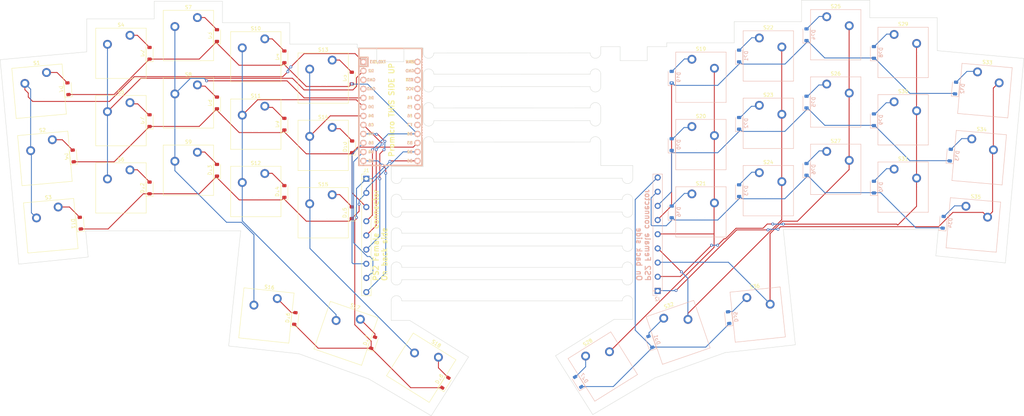
<source format=kicad_pcb>
(kicad_pcb (version 20221018) (generator pcbnew)
  (layers (0 "F.Cu" signal) (31 "B.Cu" signal) (34 "B.Paste" user) (35 "F.Paste" user) (36 "B.SilkS" user "B.Silkscreen") (37 "F.SilkS" user "F.Silkscreen") (38 "B.Mask" user) (39 "F.Mask" user) (44 "Edge.Cuts" user))
  (net 0 "")
  (net 1 "R4")
  (net 2 "Net-(D1-A)")
  (net 3 "Net-(D2-A)")
  (net 4 "Net-(D3-A)")
  (net 5 "Net-(D4-A)")
  (net 7 "Net-(D5-A)")
  (net 8 "R3")
  (net 9 "Net-(D6-A)")
  (net 10 "Net-(D7-A)")
  (net 11 "Net-(D8-A)")
  (net 12 "Net-(D9-A)")
  (net 13 "Net-(D10-A)")
  (net 14 "R2")
  (net 15 "Net-(D11-A)")
  (net 16 "Net-(D12-A)")
  (net 17 "Net-(D13-A)")
  (net 18 "Net-(D14-A)")
  (net 19 "Net-(D15-A)")
  (net 20 "R1")
  (net 21 "Net-(D16-A)")
  (net 22 "Net-(D17-A)")
  (net 23 "Net-(D18-A)")
  (net 24 "Net-(D19-A)")
  (net 25 "Net-(D20-A)")
  (net 26 "Net-(D21-A)")
  (net 27 "Net-(D22-A)")
  (net 28 "Net-(D23-A)")
  (net 29 "Net-(D24-A)")
  (net 30 "Net-(D25-A)")
  (net 31 "Net-(D26-A)")
  (net 32 "Net-(D27-A)")
  (net 33 "Net-(D28-A)")
  (net 34 "Net-(D29-A)")
  (net 35 "Net-(D30-A)")
  (net 36 "Net-(D31-A)")
  (net 37 "Net-(D32-A)")
  (net 38 "Net-(D33-A)")
  (net 39 "Net-(D34-A)")
  (net 40 "Net-(D35-A)")
  (net 41 "Net-(D36-A)")
  (net 42 "C6")
  (net 43 "C7")
  (net 44 "C8")
  (net 45 "C9")
  (net 46 "C10")
  (net 47 "C1")
  (net 48 "C2")
  (net 49 "C3")
  (net 50 "C4")
  (net 51 "C5")
  (footprint "Panelize:mouse-bite-3mm-slot" (layer "F.Cu") (at 176.574512 78.62648 90)
    (fp_text reference "mouse-bite-3mm-slot" hide)
    (fp_text value "VAL**" hide)
    (fp_arc (start -3 -1.5) (mid -1.5 0) (end -3 1.5) (stroke (width 0.1)) (layer "Edge.Cuts"))
    (fp_arc (start 3 1.5) (mid 1.5 0) (end 3 -1.5) (stroke (width 0.1)) (layer "Edge.Cuts"))
  )
  (footprint "Diode_SMD:D_SOD-123" (layer "F.Cu") (at 88.9 95.603631 90)
    (fp_text reference "D14")
    (fp_text value "D_Small")
  )
  (footprint "Diode_SMD:D_SOD-123" (layer "F.Cu") (at 88.9 57.603631 90)
    (fp_text reference "D4")
    (fp_text value "D_Small")
  )
  (footprint "Switch_Keyboard_Cherry_MX:SW_Cherry_MX_PCB_1.00u" (layer "F.Cu") (at 61.847381 70.603631)
    (fp_text reference "S8")
    (fp_text value "SW_Push")
  )
  (footprint "Switch_Keyboard_Cherry_MX:SW_Cherry_MX_PCB_1.00u" (layer "F.Cu") (at 80.847381 76.603631)
    (fp_text reference "S11")
    (fp_text value "SW_Push")
  )
  (footprint "Diode_SMD:D_SOD-123" (layer "F.Cu") (at 29.382957 85.577738 95)
    (fp_text reference "D6")
    (fp_text value "D_Small")
  )
  (footprint "Panelize:mouse-bite-3mm-slot" (layer "F.Cu") (at 176.575 59.5 90)
    (fp_text reference "mouse-bite-3mm-slot" hide)
    (fp_text value "VAL**" hide)
    (fp_arc (start -3 -1.5) (mid -1.5 0) (end -3 1.5) (stroke (width 0.1)) (layer "Edge.Cuts"))
    (fp_arc (start 3 1.5) (mid 1.5 0) (end 3 -1.5) (stroke (width 0.1)) (layer "Edge.Cuts"))
  )
  (footprint "Diode_SMD:D_SOD-123" (layer "F.Cu") (at 91.853649 131.434063 84)
    (fp_text reference "D16")
    (fp_text value "D_Small")
  )
  (footprint "Switch_Keyboard_Cherry_MX:SW_Cherry_MX_PCB_1.00u" (layer "F.Cu") (at 21.41117 86.275179 5)
    (fp_text reference "S2")
    (fp_text value "SW_Push")
  )
  (footprint "Diode_SMD:D_SOD-123" (layer "F.Cu") (at 50.9 75.603631 90)
    (fp_text reference "D7")
    (fp_text value "D_Small")
  )
  (footprint "Switch_Keyboard_Cherry_MX:SW_Cherry_MX_PCB_1.00u" (layer "F.Cu") (at 42.847381 75.603631)
    (fp_text reference "S5")
    (fp_text value "SW_Push")
  )
  (footprint "Diode_SMD:D_SOD-123" (layer "F.Cu") (at 69.9 89.603631 90)
    (fp_text reference "D13")
    (fp_text value "D_Small")
  )
  (footprint "Diode_SMD:D_SOD-123" (layer "F.Cu") (at 27.9 66.6 95)
    (fp_text reference "D1")
    (fp_text value "D_Small")
  )
  (footprint "Switch_Keyboard_Cherry_MX:SW_Cherry_MX_PCB_1.00u" (layer "F.Cu") (at 42.847381 94.603631)
    (fp_text reference "S6")
    (fp_text value "SW_Push")
  )
  (footprint "Panelize:mouse-bite-3mm-slot" (layer "F.Cu") (at 185.625 104.38552 90)
    (fp_text reference "mouse-bite-3mm-slot" hide)
    (fp_text value "VAL**" hide)
    (fp_arc (start -3 -1.5) (mid -1.5 0) (end -3 1.5) (stroke (width 0.1)) (layer "Edge.Cuts"))
    (fp_arc (start 3 1.5) (mid 1.5 0) (end 3 -1.5) (stroke (width 0.1)) (layer "Edge.Cuts"))
  )
  (footprint "Diode_SMD:D_SOD-123" (layer "F.Cu") (at 113.910976 138.2753 71)
    (fp_text reference "D17")
    (fp_text value "D_Small")
  )
  (footprint "Panelize:mouse-bite-3mm-slot" (layer "F.Cu") (at 185.625 94.87352 90)
    (fp_text reference "mouse-bite-3mm-slot" hide)
    (fp_text value "VAL**" hide)
    (fp_arc (start -3 -1.5) (mid -1.5 0) (end -3 1.5) (stroke (width 0.1)) (layer "Edge.Cuts"))
    (fp_arc (start 3 1.5) (mid 1.5 0) (end 3 -1.5) (stroke (width 0.1)) (layer "Edge.Cuts"))
  )
  (footprint "Panelize:mouse-bite-3mm-slot" (layer "F.Cu") (at 185.625488 123.488 90)
    (fp_text reference "mouse-bite-3mm-slot" hide)
    (fp_text value "VAL**" hide)
    (fp_arc (start -3 -1.5) (mid -1.5 0) (end -3 1.5) (stroke (width 0.1)) (layer "Edge.Cuts"))
    (fp_arc (start 3 1.5) (mid 1.5 0) (end 3 -1.5) (stroke (width 0.1)) (layer "Edge.Cuts"))
  )
  (footprint "Diode_SMD:D_SOD-123" (layer "F.Cu") (at 107.9 63.6 90)
    (fp_text reference "D5")
    (fp_text value "D_Small")
  )
  (footprint "Switch_Keyboard_Cherry_MX:SW_Cherry_MX_PCB_1.00u" (layer "F.Cu") (at 19.773893 67.305414 5)
    (fp_text reference "S1")
    (fp_text value "SW_Push")
  )
  (footprint "Switch_Keyboard_Cherry_MX:SW_Cherry_MX_PCB_1.00u" (layer "F.Cu") (at 61.847381 51.603631)
    (fp_text reference "S7")
    (fp_text value "SW_Push")
  )
  (footprint "Switch_Keyboard_Cherry_MX:SW_Cherry_MX_PCB_1.00u" (layer "F.Cu") (at 83.842328 130.592039 -6)
    (fp_text reference "S16")
    (fp_text value "SW_Push")
  )
  (footprint "Switch_Keyboard_Cherry_MX:SW_Cherry_MX_PCB_1.00u" (layer "F.Cu") (at 80.847381 57.603631)
    (fp_text reference "S10")
    (fp_text value "SW_Push")
  )
  (footprint "Switch_Keyboard_Cherry_MX:SW_Cherry_MX_PCB_1.00u" (layer "F.Cu") (at 127.475976 145.33504 -32)
    (fp_text reference "S18")
    (fp_text value "SW_Push")
  )
  (footprint "Switch_Keyboard_Cherry_MX:SW_Cherry_MX_PCB_1.00u" (layer "F.Cu") (at 42.847381 56.603631)
    (fp_text reference "S4")
    (fp_text value "SW_Push")
  )
  (footprint "Diode_SMD:D_SOD-123" (layer "F.Cu") (at 107.9 101.603631 90)
    (fp_text reference "D15")
    (fp_text value "D_Small")
  )
  (footprint "Diode_SMD:D_SOD-123" (layer "F.Cu") (at 108 83 90)
    (fp_text reference "D10")
    (fp_text value "D_Small")
  )
  (footprint "Switch_Keyboard_Cherry_MX:SW_Cherry_MX_PCB_1.00u" (layer "F.Cu") (at 106.260952 135.641185 -19)
    (fp_text reference "S17")
    (fp_text value "SW_Push")
  )
  (footprint "MX:1x9 4mm" (layer "F.Cu") (at 112 92)
    (fp_text reference "J1")
    (fp_text value "Conn_01x09")
  )
  (footprint "Diode_SMD:D_SOD-123" (layer "F.Cu") (at 50.9 94.6 90)
    (fp_text reference "D12")
    (fp_text value "D_Small")
  )
  (footprint "Diode_SMD:D_SOD-123" (layer "F.Cu") (at 69.9 70.603631 90)
    (fp_text reference "D8")
    (fp_text value "D_Small")
  )
  (footprint "Switch_Keyboard_Cherry_MX:SW_Cherry_MX_PCB_1.00u" (layer "F.Cu") (at 23.059801 105.263719 5)
    (fp_text reference "S3")
    (fp_text value "SW_Push")
  )
  (footprint "Switch_Keyboard_Cherry_MX:SW_Cherry_MX_PCB_1.00u" (layer "F.Cu") (at 99.847381 82.603631)
    (fp_text reference "S14")
    (fp_text value "SW_Push")
  )
  (footprint "Diode_SMD:D_SOD-123" (layer "F.Cu") (at 50.9 56.6 90)
    (fp_text reference "D2")
    (fp_text value "D_Small")
  )
  (footprint "Diode_SMD:D_SOD-123" (layer "F.Cu") (at 88.9 76.603631 90)
    (fp_text reference "D9")
    (fp_text value "D_Small")
  )
  (footprint "Panelize:mouse-bite-3mm-slot" (layer "F.Cu") (at 185.625488 114 90)
    (fp_text reference "mouse-bite-3mm-slot" hide)
    (fp_text value "VAL**" hide)
    (fp_arc (start -3 -1.5) (mid -1.5 0) (end -3 1.5) (stroke (width 0.1)) (layer "Edge.Cuts"))
    (fp_arc (start 3 1.5) (mid 1.5 0) (end 3 -1.5) (stroke (width 0.1)) (layer "Edge.Cuts"))
  )
  (footprint "Keebio-Parts:ArduinoProMicro" (layer "F.Cu") (at 118.8 73 -90)
    (fp_text reference "U2" hide)
    (fp_text value "ProMicro" hide)
  )
  (footprint "Switch_Keyboard_Cherry_MX:SW_Cherry_MX_PCB_1.00u" (layer "F.Cu") (at 99.847381 63.603631)
    (fp_text reference "S13")
    (fp_text value "SW_Push")
  )
  (footprint "Diode_SMD:D_SOD-123" (layer "F.Cu") (at 134.260361 149.574394 58)
    (fp_text reference "D18")
    (fp_text value "D_Small")
  )
  (footprint "Diode_SMD:D_SOD-123" (layer "F.Cu") (at 31.379293 104.535858 95)
    (fp_text reference "D11")
    (fp_text value "D_Small")
  )
  (footprint "Panelize:mouse-bite-3mm-slot" (layer "F.Cu") (at 176.575 69.012 90)
    (fp_text reference "mouse-bite-3mm-slot" hide)
    (fp_text value "VAL**" hide)
    (fp_arc (start -3 -1.5) (mid -1.5 0) (end -3 1.5) (stroke (width 0.1)) (layer "Edge.Cuts"))
    (fp_arc (start 3 1.5) (mid 1.5 0) (end 3 -1.5) (stroke (width 0.1)) (layer "Edge.Cuts"))
  )
  (footprint "Diode_SMD:D_SOD-123" (layer "F.Cu") (at 69.9 51.603631 90)
    (fp_text reference "D3")
    (fp_text value "D_Small")
  )
  (footprint "Switch_Keyboard_Cherry_MX:SW_Cherry_MX_PCB_1.00u" (layer "F.Cu") (at 80.847381 95.603631)
    (fp_text reference "S12")
    (fp_text value "SW_Push")
  )
  (footprint "Switch_Keyboard_Cherry_MX:SW_Cherry_MX_PCB_1.00u" (layer "F.Cu") (at 61.847381 89.603631)
    (fp_text reference "S9")
    (fp_text value "SW_Push")
  )
  (footprint "Switch_Keyboard_Cherry_MX:SW_Cherry_MX_PCB_1.00u" (layer "F.Cu") (at 99.847381 101.603631)
    (fp_text reference "S15")
    (fp_text value "SW_Push")
  )
  (footprint "Switch_Keyboard_Cherry_MX:SW_Cherry_MX_PCB_1.00u" (layer "B.Cu") (at 263.304012 94.364039 180)
    (fp_text reference "S31")
    (fp_text value "SW_Push")
  )
  (footprint "Switch_Keyboard_Cherry_MX:SW_Cherry_MX_PCB_1.00u" (layer "B.Cu") (at 225.304012 57.364039 180)
    (fp_text reference "S22")
    (fp_text value "SW_Push")
  )
  (footprint "Switch_Keyboard_Cherry_MX:SW_Cherry_MX_PCB_1.00u" (layer "B.Cu") (at 244.304012 51.364039 180)
    (fp_text reference "S25")
    (fp_text value "SW_Push")
  )
  (footprint "Diode_SMD:D_SOD-123" (layer "B.Cu") (at 198.071275 63.360408 90)
    (fp_text reference "D19")
    (fp_text value "D_Small")
  )
  (footprint "Panelize:mouse-bite-3mm-slot" (layer "B.Cu") (at 129.549024 69.024 90)
    (fp_text reference "mouse-bite-3mm-slot" hide)
    (fp_text value "VAL**" hide)
    (fp_arc (start -3 -1.5) (mid -1.5 0) (end -3 1.5) (stroke (width 0.1)) (layer "Edge.Cuts"))
    (fp_arc (start 3 1.5) (mid 1.5 0) (end 3 -1.5) (stroke (width 0.1)) (layer "Edge.Cuts"))
  )
  (footprint "Switch_Keyboard_Cherry_MX:SW_Cherry_MX_PCB_1.00u" (layer "B.Cu") (at 178.648048 145 -148)
    (fp_text reference "S28")
    (fp_text value "SW_Push")
  )
  (footprint "Switch_Keyboard_Cherry_MX:SW_Cherry_MX_PCB_1.00u" (layer "B.Cu") (at 284.739538 86.051285 175)
    (fp_text reference "S34")
    (fp_text value "SW_Push")
  )
  (footprint "Diode_SMD:D_SOD-123" (layer "B.Cu") (at 217.071275 95.364039 90)
    (fp_text reference "D23")
    (fp_text value "D_Small")
  )
  (footprint "Diode_SMD:D_SOD-123" (layer "B.Cu") (at 255.071275 56.360408 90)
    (fp_text reference "D28")
    (fp_text value "D_Small")
  )
  (footprint "Diode_SMD:D_SOD-123" (layer "B.Cu") (at 198.071275 82.360408 90)
    (fp_text reference "D20")
    (fp_text value "D_Small")
  )
  (footprint "Switch_Keyboard_Cherry_MX:SW_Cherry_MX_PCB_1.00u" (layer "B.Cu") (at 225.304012 76.364039 180)
    (fp_text reference "S23")
    (fp_text value "SW_Push")
  )
  (footprint "Switch_Keyboard_Cherry_MX:SW_Cherry_MX_PCB_1.00u" (layer "B.Cu") (at 263.304012 75.364039 180)
    (fp_text reference "S30")
    (fp_text value "SW_Push")
  )
  (footprint "Diode_SMD:D_SOD-123" (layer "B.Cu") (at 255.071275 75.360408 90)
    (fp_text reference "D29")
    (fp_text value "D_Small")
  )
  (footprint "Diode_SMD:D_SOD-123" (layer "B.Cu") (at 198.071275 101.360408 90)
    (fp_text reference "D36")
    (fp_text value "D_Small")
  )
  (footprint "Switch_Keyboard_Cherry_MX:SW_Cherry_MX_PCB_1.00u" (layer "B.Cu") (at 206.304012 63.364039 180)
    (fp_text reference "S19")
    (fp_text value "SW_Push")
  )
  (footprint "Diode_SMD:D_SOD-123" (layer "B.Cu") (at 214.117626 131.194471 96)
    (fp_text reference "D35")
    (fp_text value "D_Small")
  )
  (footprint "Diode_SMD:D_SOD-123" (layer "B.Cu") (at 274.591982 104.296266 85)
    (fp_text reference "D34")
    (fp_text value "D_Small")
  )
  (footprint "Diode_SMD:D_SOD-123" (layer "B.Cu") (at 278.081912 66.411372 85)
    (fp_text reference "D32")
    (fp_text value "D_Small")
  )
  (footprint "Diode_SMD:D_SOD-123" (layer "B.Cu") (at 192.060299 138.035708 109)
    (fp_text reference "D31")
    (fp_text value "D_Small")
  )
  (footprint "Diode_SMD:D_SOD-123" (layer "B.Cu") (at 217.071275 76.360408 90)
    (fp_text reference "D22")
    (fp_text value "D_Small")
  )
  (footprint "Switch_Keyboard_Cherry_MX:SW_Cherry_MX_PCB_1.00u" (layer "B.Cu") (at 244.304012 70.364039 180)
    (fp_text reference "S26")
    (fp_text value "SW_Push")
  )
  (footprint "Panelize:mouse-bite-3mm-slot" (layer "B.Cu") (at 120.499512 114 90)
    (fp_text reference "mouse-bite-3mm-slot" hide)
    (fp_text value "VAL**" hide)
    (fp_arc (start -3 -1.5) (mid -1.5 0) (end -3 1.5) (stroke (width 0.1)) (layer "Edge.Cuts"))
    (fp_arc (start 3 1.5) (mid 1.5 0) (end 3 -1.5) (stroke (width 0.1)) (layer "Edge.Cuts"))
  )
  (footprint "Panelize:mouse-bite-3mm-slot" (layer "B.Cu") (at 129.548536 78.63848 90)
    (fp_text reference "mouse-bite-3mm-slot" hide)
    (fp_text value "VAL**" hide)
    (fp_arc (start -3 -1.5) (mid -1.5 0) (end -3 1.5) (stroke (width 0.1)) (layer "Edge.Cuts"))
    (fp_arc (start 3 1.5) (mid 1.5 0) (end 3 -1.5) (stroke (width 0.1)) (layer "Edge.Cuts"))
  )
  (footprint "Switch_Keyboard_Cherry_MX:SW_Cherry_MX_PCB_1.00u" (layer "B.Cu") (at 206.304012 101.364039 180)
    (fp_text reference "S21")
    (fp_text value "SW_Push")
  )
  (footprint "Switch_Keyboard_Cherry_MX:SW_Cherry_MX_PCB_1.00u" (layer "B.Cu") (at 199.880628 135.342953 -161)
    (fp_text reference "S32")
    (fp_text value "SW_Push")
  )
  (footprint "Diode_SMD:D_SOD-123" (layer "B.Cu") (at 276.588318 85.338146 85)
    (fp_text reference "D33")
    (fp_text value "D_Small")
  )
  (footprint "Diode_SMD:D_SOD-123" (layer "B.Cu") (at 217.071275 57.364039 90)
    (fp_text reference "D21")
    (fp_text value "D_Small")
  )
  (footprint "MX:1x9 4mm" (layer "B.Cu") (at 194.124024 123.66496)
    (fp_text reference "J2")
    (fp_text value "Conn_01x09")
  )
  (footprint "Switch_Keyboard_Cherry_MX:SW_Cherry_MX_PCB_1.00u" (layer "B.Cu") (at 244.304012 89.364039 180)
    (fp_text reference "S27")
    (fp_text value "SW_Push")
  )
  (footprint "Diode_SMD:D_SOD-123" (layer "B.Cu") (at 236.071275 70.364039 90)
    (fp_text reference "D25")
    (fp_text value "D_Small")
  )
  (footprint "Switch_Keyboard_Cherry_MX:SW_Cherry_MX_PCB_1.00u" (layer "B.Cu") (at 283.090907 105.039825 175)
    (fp_text reference "S35")
    (fp_text value "SW_Push")
  )
  (footprint "Panelize:mouse-bite-3mm-slot" (layer "B.Cu") (at 129.549024 59.512 90)
    (fp_text reference "mouse-bite-3mm-slot" hide)
    (fp_text value "VAL**" hide)
    (fp_arc (start -3 -1.5) (mid -1.5 0) (end -3 1.5) (stroke (width 0.1)) (layer "Edge.Cuts"))
    (fp_arc (start 3 1.5) (mid 1.5 0) (end 3 -1.5) (stroke (width 0.1)) (layer "Edge.Cuts"))
  )
  (footprint "Switch_Keyboard_Cherry_MX:SW_Cherry_MX_PCB_1.00u" (layer "B.Cu") (at 206.304012 82.364039 180)
    (fp_text reference "S20")
    (fp_text value "SW_Push")
  )
  (footprint "Switch_Keyboard_Cherry_MX:SW_Cherry_MX_PCB_1.00u" (layer "B.Cu") (at 263.304012 56.364039 180)
    (fp_text reference "S29")
    (fp_text value "SW_Push")
  )
  (footprint "Panelize:mouse-bite-3mm-slot" (layer "B.Cu") (at 120.499512 123.488 90)
    (fp_text reference "mouse-bite-3mm-slot" hide)
    (fp_text value "VAL**" hide)
    (fp_arc (start -3 -1.5) (mid -1.5 0) (end -3 1.5) (stroke (width 0.1)) (layer "Edge.Cuts"))
    (fp_arc (start 3 1.5) (mid 1.5 0) (end 3 -1.5) (stroke (width 0.1)) (layer "Edge.Cuts"))
  )
  (footprint "Switch_Keyboard_Cherry_MX:SW_Cherry_MX_PCB_1.00u" (layer "B.Cu") (at 286.356529 67.135307 175)
    (fp_text reference "S33")
    (fp_text value "SW_Push")
  )
  (footprint "Diode_SMD:D_SOD-123" (layer "B.Cu") (at 171.710914 149.334802 122)
    (fp_text reference "D27")
    (fp_text value "D_Small")
  )
  (footprint "Switch_Keyboard_Cherry_MX:SW_Cherry_MX_PCB_1.00u" (layer "B.Cu") (at 222.308078 130.333619 -174)
    (fp_text reference "S36")
    (fp_text value "SW_Push")
  )
  (footprint "Panelize:mouse-bite-3mm-slot" (layer "B.Cu") (at 120.5 94.87352 90)
    (fp_text reference "mouse-bite-3mm-slot" hide)
    (fp_text value "VAL**" hide)
    (fp_arc (start -3 -1.5) (mid -1.5 0) (end -3 1.5) (stroke (width 0.1)) (layer "Edge.Cuts"))
    (fp_arc (start 3 1.5) (mid 1.5 0) (end 3 -1.5) (stroke (width 0.1)) (layer "Edge.Cuts"))
  )
  (footprint "Panelize:mouse-bite-3mm-slot" (layer "B.Cu") (at 120.5 104.38552 90)
    (fp_text reference "mouse-bite-3mm-slot" hide)
    (fp_text value "VAL**" hide)
    (fp_arc (start -3 -1.5) (mid -1.5 0) (end -3 1.5) (stroke (width 0.1)) (layer "Edge.Cuts"))
    (fp_arc (start 3 1.5) (mid 1.5 0) (end 3 -1.5) (stroke (width 0.1)) (layer "Edge.Cuts"))
  )
  (footprint "Diode_SMD:D_SOD-123" (layer "B.Cu") (at 236.071275 51.364039 90)
    (fp_text reference "D24")
    (fp_text value "D_Small")
  )
  (footprint "Diode_SMD:D_SOD-123" (layer "B.Cu") (at 236.071275 89.364039 90)
    (fp_text reference "D26")
    (fp_text value "D_Small")
  )
  (footprint "Switch_Keyboard_Cherry_MX:SW_Cherry_MX_PCB_1.00u" (layer "B.Cu") (at 225.304012 95.364039 180)
    (fp_text reference "S24")
    (fp_text value "SW_Push")
  )
  (footprint "Diode_SMD:D_SOD-123" (layer "B.Cu") (at 255.071275 94.364039 90)
    (fp_text reference "D30")
    (fp_text value "D_Small")
  )
  (gr_line (start 81.5 48) (end 90.45 48) (stroke (width 0.1)) (layer "Edge.Cuts"))
  (gr_line (start 187.124024 88.26496) (end 178.074024 88.26496) (stroke (width 0.1)) (layer "Edge.Cuts"))
  (gr_line (start 272.924024 46.56496) (end 272.924024 55.86496) (stroke (width 0.1)) (layer "Edge.Cuts"))
  (gr_line (start 119 132) (end 124.25 132) (stroke (width 0.1)) (layer "Edge.Cuts"))
  (gr_line (start 112.7 148.5) (end 93 141.4) (stroke (width 0.1)) (layer "Edge.Cuts"))
  (gr_line (start 165.324024 141.96496) (end 181.874024 131.66496) (stroke (width 0.1)) (layer "Edge.Cuts"))
  (gr_line (start 253.924024 46.56496) (end 272.924024 46.56496) (stroke (width 0.1)) (layer "Edge.Cuts"))
  (gr_line (start 191.174024 58.66496) (end 191.174024 54.76496) (stroke (width 0.1)) (layer "Edge.Cuts"))
  (gr_line (start 215.674024 53.66496) (end 215.674024 47.66496) (stroke (width 0.1)) (layer "Edge.Cuts"))
  (gr_line (start 272.524024 113.76496) (end 292.124024 115.76496) (stroke (width 0.1)) (layer "Edge.Cuts"))
  (gr_line (start 131.049024 62.512) (end 175.075 62.5) (stroke (width 0.1)) (layer "Edge.Cuts"))
  (gr_line (start 178.075 66.012) (end 178.075 62.5) (stroke (width 0.1)) (layer "Edge.Cuts"))
  (gr_line (start 229.524024 106.36496) (end 232.924024 138.86496) (stroke (width 0.1)) (layer "Edge.Cuts"))
  (gr_line (start 14 116.1) (end 8.8 58.4) (stroke (width 0.1)) (layer "Edge.Cuts"))
  (gr_line (start 119 90.4) (end 119 91.87352) (stroke (width 0.1)) (layer "Edge.Cuts"))
  (gr_line (start 187.125 91.87352) (end 187.124024 88.26496) (stroke (width 0.1)) (layer "Edge.Cuts"))
  (gr_line (start 178.074512 75.62648) (end 178.075 72.012) (stroke (width 0.1)) (layer "Edge.Cuts"))
  (gr_line (start 272.924024 55.86496) (end 297.324024 58.06496) (stroke (width 0.1)) (layer "Edge.Cuts"))
  (gr_line (start 184.125488 111) (end 121.999512 111) (stroke (width 0.1)) (layer "Edge.Cuts"))
  (gr_line (start 131.048536 75.63848) (end 175.074512 75.62648) (stroke (width 0.1)) (layer "Edge.Cuts"))
  (gr_line (start 234.674024 47.66496) (end 234.674024 41.61496) (stroke (width 0.1)) (layer "Edge.Cuts"))
  (gr_line (start 124.25 132) (end 140.8 142.3) (stroke (width 0.1)) (layer "Edge.Cuts"))
  (gr_line (start 71.45 41.95) (end 71.45 48) (stroke (width 0.1)) (layer "Edge.Cuts"))
  (gr_line (start 187.125488 120.488) (end 187.125488 117) (stroke (width 0.1)) (layer "Edge.Cuts"))
  (gr_line (start 297.324024 58.06496) (end 292.124024 115.76496) (stroke (width 0.1)) (layer "Edge.Cuts"))
  (gr_line (start 32.9 106.7) (end 56.8 106.7) (stroke (width 0.1)) (layer "Edge.Cuts"))
  (gr_line (start 122.6 59) (end 122.6 55.1) (stroke (width 0.1)) (layer "Edge.Cuts"))
  (gr_line (start 184.125 107.38552) (end 121.999024 107.38552) (stroke (width 0.1)) (layer "Edge.Cuts"))
  (gr_line (start 128.049024 62.512) (end 128.049024 66.024) (stroke (width 0.1)) (layer "Edge.Cuts"))
  (gr_line (start 183.524024 54.76496) (end 183.524024 58.66496) (stroke (width 0.1)) (layer "Edge.Cuts"))
  (gr_line (start 114.95 59) (end 122.6 59) (stroke (width 0.1)) (layer "Edge.Cuts"))
  (gr_line (start 33.6 114.1) (end 32.9 106.7) (stroke (width 0.1)) (layer "Edge.Cuts"))
  (gr_line (start 109.45 54) (end 109.45 55.1) (stroke (width 0.1)) (layer "Edge.Cuts"))
  (gr_line (start 196.674024 53.66496) (end 215.674024 53.66496) (stroke (width 0.1)) (layer "Edge.Cuts"))
  (gr_line (start 178.074024 54.76496) (end 183.524024 54.76496) (stroke (width 0.1)) (layer "Edge.Cuts"))
  (gr_line (start 131.049024 72.024) (end 175.075 72.012) (stroke (width 0.1)) (layer "Edge.Cuts"))
  (gr_line (start 118.999512 126.488) (end 119 132) (stroke (width 0.1)) (layer "Edge.Cuts"))
  (gr_line (start 33.2 56.2) (end 33.2 46.9) (stroke (width 0.1)) (layer "Edge.Cuts"))
  (gr_line (start 215.674024 47.66496) (end 224.624024 47.66496) (stroke (width 0.1)) (layer "Edge.Cuts"))
  (gr_line (start 229.524024 106.36496) (end 249.324024 106.36496) (stroke (width 0.1)) (layer "Edge.Cuts"))
  (gr_line (start 90.45 48) (end 90.45 54) (stroke (width 0.1)) (layer "Edge.Cuts"))
  (gr_line (start 128.05 88.6) (end 119 88.6) (stroke (width 0.1)) (layer "Edge.Cuts"))
  (gr_line (start 184.125488 126.488) (end 121.999512 126.488) (stroke (width 0.1)) (layer "Edge.Cuts"))
  (gr_line (start 56.8 106.7) (end 76.6 106.7) (stroke (width 0.1)) (layer "Edge.Cuts"))
  (gr_line (start 14 116.1) (end 33.6 114.1) (stroke (width 0.1)) (layer "Edge.Cuts"))
  (gr_line (start 109.45 55.1) (end 114.95 55.1) (stroke (width 0.1)) (layer "Edge.Cuts"))
  (gr_line (start 184.125 97.87352) (end 121.999024 97.87352) (stroke (width 0.1)) (layer "Edge.Cuts"))
  (gr_line (start 193.424024 148.16496) (end 175.824024 158.56496) (stroke (width 0.1)) (layer "Edge.Cuts"))
  (gr_line (start 249.324024 106.36496) (end 273.224024 106.36496) (stroke (width 0.1)) (layer "Edge.Cuts"))
  (gr_line (start 130.3 158.9) (end 140.8 142.3) (stroke (width 0.1)) (layer "Edge.Cuts"))
  (gr_line (start 184.125 101.38552) (end 121.999024 101.38552) (stroke (width 0.1)) (layer "Edge.Cuts"))
  (gr_line (start 52.2 41.95) (end 71.45 41.95) (stroke (width 0.1)) (layer "Edge.Cuts"))
  (gr_line (start 118.999512 117) (end 118.999512 120.488) (stroke (width 0.1)) (layer "Edge.Cuts"))
  (gr_line (start 119 97.87352) (end 119 101.38552) (stroke (width 0.1)) (layer "Edge.Cuts"))
  (gr_line (start 128.05 55.1) (end 128.049024 56.512) (stroke (width 0.1)) (layer "Edge.Cuts"))
  (gr_line (start 119 107.38552) (end 118.999512 111) (stroke (width 0.1)) (layer "Edge.Cuts"))
  (gr_line (start 187.125 101.38552) (end 187.125 97.87352) (stroke (width 0.1)) (layer "Edge.Cuts"))
  (gr_line (start 184.125488 117) (end 121.999512 117) (stroke (width 0.1)) (layer "Edge.Cuts"))
  (gr_line (start 33.2 46.9) (end 52.2 46.9) (stroke (width 0.1)) (layer "Edge.Cuts"))
  (gr_line (start 181.874024 131.66496) (end 187.124024 131.66496) (stroke (width 0.1)) (layer "Edge.Cuts"))
  (gr_line (start 93 141.4) (end 73.2 139.2) (stroke (width 0.1)) (layer "Edge.Cuts"))
  (gr_line (start 184.125 91.87352) (end 121.999024 91.87352) (stroke (width 0.1)) (layer "Edge.Cuts"))
  (gr_line (start 213.124024 141.06496) (end 193.424024 148.16496) (stroke (width 0.1)) (layer "Edge.Cuts"))
  (gr_line (start 131.049024 56.512) (end 175.075 56.5) (stroke (width 0.1)) (layer "Edge.Cuts"))
  (gr_line (start 131.049024 66.024) (end 175.075 66.012) (stroke (width 0.1)) (layer "Edge.Cuts"))
  (gr_line (start 224.624024 47.66496) (end 234.674024 47.66496) (stroke (width 0.1)) (layer "Edge.Cuts"))
  (gr_line (start 183.524024 58.66496) (end 191.174024 58.66496) (stroke (width 0.1)) (layer "Edge.Cuts"))
  (gr_line (start 165.324024 141.96496) (end 175.824024 158.56496) (stroke (width 0.1)) (layer "Edge.Cuts"))
  (gr_line (start 130.3 158.9) (end 112.7 148.5) (stroke (width 0.1)) (layer "Edge.Cuts"))
  (gr_line (start 119 88.6) (end 119 90.4) (stroke (width 0.1)) (layer "Edge.Cuts"))
  (gr_line (start 187.125488 111) (end 187.125 107.38552) (stroke (width 0.1)) (layer "Edge.Cuts"))
  (gr_line (start 196.674024 54.76496) (end 196.674024 53.66496) (stroke (width 0.1)) (layer "Edge.Cuts"))
  (gr_line (start 8.8 58.4) (end 33.2 56.2) (stroke (width 0.1)) (layer "Edge.Cuts"))
  (gr_line (start 71.45 48) (end 81.5 48) (stroke (width 0.1)) (layer "Edge.Cuts"))
  (gr_line (start 128.048536 81.63848) (end 128.05 88.6) (stroke (width 0.1)) (layer "Edge.Cuts"))
  (gr_line (start 73.2 139.2) (end 76.6 106.7) (stroke (width 0.1)) (layer "Edge.Cuts"))
  (gr_line (start 52.2 46.9) (end 52.2 41.95) (stroke (width 0.1)) (layer "Edge.Cuts"))
  (gr_line (start 187.124024 131.66496) (end 187.125488 126.488) (stroke (width 0.1)) (layer "Edge.Cuts"))
  (gr_line (start 191.174024 54.76496) (end 196.674024 54.76496) (stroke (width 0.1)) (layer "Edge.Cuts"))
  (gr_line (start 273.224024 106.36496) (end 272.524024 113.76496) (stroke (width 0.1)) (layer "Edge.Cuts"))
  (gr_line (start 178.075 56.5) (end 178.074024 54.76496) (stroke (width 0.1)) (layer "Edge.Cuts"))
  (gr_line (start 178.074024 88.26496) (end 178.074512 81.62648) (stroke (width 0.1)) (layer "Edge.Cuts"))
  (gr_line (start 131.048536 81.63848) (end 175.074512 81.62648) (stroke (width 0.1)) (layer "Edge.Cuts"))
  (gr_line (start 232.924024 138.86496) (end 213.124024 141.06496) (stroke (width 0.1)) (layer "Edge.Cuts"))
  (gr_line (start 128.049024 72.024) (end 128.048536 75.63848) (stroke (width 0.1)) (layer "Edge.Cuts"))
  (gr_line (start 122.6 55.1) (end 128.05 55.1) (stroke (width 0.1)) (layer "Edge.Cuts"))
  (gr_line (start 184.125488 120.488) (end 121.999512 120.488) (stroke (width 0.1)) (layer "Edge.Cuts"))
  (gr_line (start 114.95 55.1) (end 114.95 59) (stroke (width 0.1)) (layer "Edge.Cuts"))
  (gr_line (start 90.45 54) (end 109.45 54) (stroke (width 0.1)) (layer "Edge.Cuts"))
  (gr_line (start 234.674024 41.61496) (end 253.924024 41.61496) (stroke (width 0.1)) (layer "Edge.Cuts"))
  (gr_line (start 253.924024 41.61496) (end 253.924024 46.56496) (stroke (width 0.1)) (layer "Edge.Cuts"))
  (gr_text "PS2 Female connector\nOn back side" (at 188 121 270) (layer "B.SilkS") (effects (font (size 1.5 1.5) (thickness 0.3) bold) (justify left bottom mirror)))
  (gr_text "PS2 Female connector\nOn back side" (at 118 121 90) (layer "F.SilkS") (effects (font (size 1.5 1.5) (thickness 0.3) bold) (justify left bottom)))
  (gr_text "Promicro THIS SIDE UP" (at 120 86 90) (layer "F.SilkS") (effects (font (size 1.5 1.5) (thickness 0.3) bold) (justify left bottom)))
  (segment (start 111.997992 103.997049) (end 113.721219 102.273822) (width 0.25) (layer "F.Cu") (net 1))
  (segment (start 88.897992 59.25068) (end 88.897992 59.797049) (width 0.25) (layer "F.Cu") (net 1))
  (segment (start 40.904271 68.24077) (end 50.897992 58.247049) (width 0.25) (layer "F.Cu") (net 1))
  (segment (start 95.076623 65.97568) (end 107.169361 65.97568) (width 0.25) (layer "F.Cu") (net 1))
  (segment (start 76.124615 59.97568) (end 88.172992 59.97568) (width 0.25) (layer "F.Cu") (net 1))
  (segment (start 69.897992 53.25068) (end 69.897992 53.749057) (width 0.25) (layer "F.Cu") (net 1))
  (segment (start 198.044627 99.63435) (end 198.044627 64.927049) (width 0.25) (layer "F.Cu") (net 1))
  (segment (start 50.897992 58.247049) (end 64.901623 58.247049) (width 0.25) (layer "F.Cu") (net 1))
  (segment (start 107.169361 65.97568) (end 107.897992 65.247049) (width 0.25) (layer "F.Cu") (net 1))
  (segment (start 113.721219 102.273822) (end 113.721219 84.696128) (width 0.25) (layer "F.Cu") (net 1))
  (segment (start 194.097376 103.581601) (end 198.044627 99.63435) (width 0.25) (layer "F.Cu") (net 1))
  (segment (start 113.721219 84.696128) (end 113.721219 83.812849) (width 0.25) (layer "F.Cu") (net 1))
  (segment (start 88.172992 59.97568) (end 88.897992 59.25068) (width 0.25) (layer "F.Cu") (net 1))
  (segment (start 28.041799 68.24077) (end 40.904271 68.24077) (width 0.25) (layer "F.Cu") (net 1))
  (segment (start 69.897992 53.749057) (end 76.124615 59.97568) (width 0.25) (layer "F.Cu") (net 1))
  (segment (start 88.897992 59.797049) (end 95.076623 65.97568) (width 0.25) (layer "F.Cu") (net 1))
  (segment (start 64.901623 58.247049) (end 69.897992 53.25068) (width 0.25) (layer "F.Cu") (net 1))
  (via (at 198.044627 64.927049) (size 0.8) (drill 0.4) (layers "F.Cu" "B.Cu") (net 1))
  (via (at 107.897992 65.247049) (size 0.8) (drill 0.4) (layers "F.Cu" "B.Cu") (net 1))
  (via (at 113.721219 83.812849) (size 0.8) (drill 0.4) (layers "F.Cu" "B.Cu") (net 1))
  (segment (start 113.721219 83.812849) (end 118.187019 79.347049) (width 0.25) (layer "B.Cu") (net 1))
  (segment (start 278.078201 67.92077) (end 265.215729 67.92077) (width 0.25) (layer "B.Cu") (net 1))
  (segment (start 236.222008 53.429057) (end 229.995385 59.65568) (width 0.25) (layer "B.Cu") (net 1))
  (segment (start 229.995385 59.65568) (end 217.947008 59.65568) (width 0.25) (layer "B.Cu") (net 1))
  (segment (start 211.043377 65.65568) (end 198.950639 65.65568) (width 0.25) (layer "B.Cu") (net 1))
  (segment (start 217.222008 58.93068) (end 217.222008 59.477049) (width 0.25) (layer "B.Cu") (net 1))
  (segment (start 198.950639 65.65568) (end 198.222008 64.927049) (width 0.25) (layer "B.Cu") (net 1))
  (segment (start 107.959292 65.308349) (end 112.379292 65.308349) (width 0.25) (layer "B.Cu") (net 1))
  (segment (start 236.222008 52.93068) (end 236.222008 53.429057) (width 0.25) (layer "B.Cu") (net 1))
  (segment (start 217.222008 59.477049) (end 211.043377 65.65568) (width 0.25) (layer "B.Cu") (net 1))
  (segment (start 255.222008 57.927049) (end 241.218377 57.927049) (width 0.25) (layer "B.Cu") (net 1))
  (segment (start 265.215729 67.92077) (end 255.222008 57.927049) (width 0.25) (layer "B.Cu") (net 1))
  (segment (start 107.897992 65.247049) (end 107.959292 65.308349) (width 0.25) (layer "B.Cu") (net 1))
  (segment (start 118.187019 79.347049) (end 126.417992 79.347049) (width 0.25) (layer "B.Cu") (net 1))
  (segment (start 241.218377 57.927049) (end 236.222008 52.93068) (width 0.25) (layer "B.Cu") (net 1))
  (segment (start 112.379292 65.308349) (end 126.417992 79.347049) (width 0.25) (layer "B.Cu") (net 1))
  (segment (start 217.947008 59.65568) (end 217.222008 58.93068) (width 0.25) (layer "B.Cu") (net 1))
  (segment (start 24.821275 62.020418) (end 27.754185 64.953328) (width 0.25) (layer "F.Cu") (net 2))
  (segment (start 21.859468 62.020418) (end 24.821275 62.020418) (width 0.25) (layer "F.Cu") (net 2))
  (segment (start 45.385373 51.52068) (end 47.471623 51.52068) (width 0.25) (layer "F.Cu") (net 3))
  (segment (start 47.471623 51.52068) (end 50.897992 54.947049) (width 0.25) (layer "F.Cu") (net 3))
  (segment (start 64.385373 46.52068) (end 66.467992 46.52068) (width 0.25) (layer "F.Cu") (net 4))
  (segment (start 66.467992 46.52068) (end 69.897992 49.95068) (width 0.25) (layer "F.Cu") (net 4))
  (segment (start 83.385373 52.52068) (end 85.467992 52.52068) (width 0.25) (layer "F.Cu") (net 5))
  (segment (start 85.467992 52.52068) (end 88.897992 55.95068) (width 0.25) (layer "F.Cu") (net 5))
  (segment (start 102.385373 58.52068) (end 104.471623 58.52068) (width 0.25) (layer "F.Cu") (net 7))
  (segment (start 104.471623 58.52068) (end 107.897992 61.947049) (width 0.25) (layer "F.Cu") (net 7))
  (segment (start 95.076623 84.97568) (end 107.669361 84.97568) (width 0.25) (layer "F.Cu") (net 8))
  (segment (start 40.930164 87.218508) (end 50.897992 77.25068) (width 0.25) (layer "F.Cu") (net 8))
  (segment (start 29.524756 87.218508) (end 40.930164 87.218508) (width 0.25) (layer "F.Cu") (net 8))
  (segment (start 107.669361 84.97568) (end 107.997992 84.647049) (width 0.25) (layer "F.Cu") (net 8))
  (segment (start 107.997992 95.997049) (end 111.997992 99.997049) (width 0.25) (layer "F.Cu") (net 8))
  (segment (start 76.176623 78.97568) (end 88.172992 78.97568) (width 0.25) (layer "F.Cu") (net 8))
  (segment (start 109.556692 83.088349) (end 125.216692 83.088349) (width 0.25) (layer "F.Cu") (net 8))
  (segment (start 88.897992 78.25068) (end 88.897992 78.797049) (width 0.25) (layer "F.Cu") (net 8))
  (segment (start 69.897992 72.25068) (end 69.897992 72.697049) (width 0.25) (layer "F.Cu") (net 8))
  (segment (start 50.897992 77.25068) (end 64.897992 77.25068) (width 0.25) (layer "F.Cu") (net 8))
  (segment (start 88.897992 78.797049) (end 95.076623 84.97568) (width 0.25) (layer "F.Cu") (net 8))
  (segment (start 69.897992 72.697049) (end 76.176623 78.97568) (width 0.25) (layer "F.Cu") (net 8))
  (segment (start 107.997992 84.647049) (end 109.556692 83.088349) (width 0.25) (layer "F.Cu") (net 8))
  (segment (start 64.897992 77.25068) (end 69.897992 72.25068) (width 0.25) (layer "F.Cu") (net 8))
  (segment (start 107.997992 84.647049) (end 107.997992 95.997049) (width 0.25) (layer "F.Cu") (net 8))
  (segment (start 125.216692 83.088349) (end 126.417992 81.887049) (width 0.25) (layer "F.Cu") (net 8))
  (segment (start 88.172992 78.97568) (end 88.897992 78.25068) (width 0.25) (layer "F.Cu") (net 8))
  (segment (start 236.222008 72.377049) (end 229.943377 78.65568) (width 0.25) (layer "B.Cu") (net 8))
  (segment (start 217.947008 78.65568) (end 217.222008 77.93068) (width 0.25) (layer "B.Cu") (net 8))
  (segment (start 265.189836 86.898508) (end 255.222008 76.93068) (width 0.25) (layer "B.Cu") (net 8))
  (segment (start 229.943377 78.65568) (end 217.947008 78.65568) (width 0.25) (layer "B.Cu") (net 8))
  (segment (start 217.222008 77.93068) (end 217.222008 78.477049) (width 0.25) (layer "B.Cu") (net 8))
  (segment (start 198.450639 84.65568) (end 198.122008 84.327049) (width 0.25) (layer "B.Cu") (net 8))
  (segment (start 194.097376 99.581601) (end 198.044627 95.63435) (width 0.25) (layer "B.Cu") (net 8))
  (segment (start 198.044627 95.63435) (end 198.044627 83.927049) (width 0.25) (layer "B.Cu") (net 8))
  (segment (start 241.222008 76.93068) (end 236.222008 71.93068) (width 0.25) (layer "B.Cu") (net 8))
  (segment (start 255.222008 76.93068) (end 241.222008 76.93068) (width 0.25) (layer "B.Cu") (net 8))
  (segment (start 236.222008 71.93068) (end 236.222008 72.377049) (width 0.25) (layer "B.Cu") (net 8))
  (segment (start 211.043377 84.65568) (end 198.450639 84.65568) (width 0.25) (layer "B.Cu") (net 8))
  (segment (start 217.222008 78.477049) (end 211.043377 84.65568) (width 0.25) (layer "B.Cu") (net 8))
  (segment (start 276.595244 86.898508) (end 265.189836 86.898508) (width 0.25) (layer "B.Cu") (net 8))
  (segment (start 23.496745 80.990183) (end 26.296259 80.990183) (width 0.25) (layer "F.Cu") (net 9))
  (segment (start 26.296259 80.990183) (end 29.237142 83.931066) (width 0.25) (layer "F.Cu") (net 9))
  (segment (start 45.485373 70.87068) (end 47.571623 70.87068) (width 0.25) (layer "F.Cu") (net 10))
  (segment (start 47.571623 70.87068) (end 50.997992 74.297049) (width 0.25) (layer "F.Cu") (net 10))
  (segment (start 66.567992 65.87068) (end 69.997992 69.30068) (width 0.25) (layer "F.Cu") (net 11))
  (segment (start 64.485373 65.87068) (end 66.567992 65.87068) (width 0.25) (layer "F.Cu") (net 11))
  (segment (start 83.485373 71.87068) (end 85.567992 71.87068) (width 0.25) (layer "F.Cu") (net 12))
  (segment (start 85.567992 71.87068) (end 88.997992 75.30068) (width 0.25) (layer "F.Cu") (net 12))
  (segment (start 104.571623 77.87068) (end 107.997992 81.297049) (width 0.25) (layer "F.Cu") (net 13))
  (segment (start 102.485373 77.87068) (end 104.571623 77.87068) (width 0.25) (layer "F.Cu") (net 13))
  (segment (start 69.897992 91.697049) (end 76.176623 97.97568) (width 0.25) (layer "F.Cu") (net 14))
  (segment (start 49.147992 96.247049) (end 50.897992 96.247049) (width 0.25) (layer "F.Cu") (net 14))
  (segment (start 88.897992 97.797049) (end 95.076623 103.97568) (width 0.25) (layer "F.Cu") (net 14))
  (segment (start 107.897992 103.25068) (end 109.971219 101.177453) (width 0.25) (layer "F.Cu") (net 14))
  (segment (start 76.176623 97.97568) (end 88.172992 97.97568) (width 0.25) (layer "F.Cu") (net 14))
  (segment (start 107.172992 103.97568) (end 107.897992 103.25068) (width 0.25) (layer "F.Cu") (net 14))
  (segment (start 88.172992 97.97568) (end 88.897992 97.25068) (width 0.25) (layer "F.Cu") (net 14))
  (segment (start 64.901623 96.247049) (end 69.897992 91.25068) (width 0.25) (layer "F.Cu") (net 14))
  (segment (start 31.521092 106.176628) (end 39.218413 106.176628) (width 0.25) (layer "F.Cu") (net 14))
  (segment (start 95.076623 103.97568) (end 107.172992 103.97568) (width 0.25) (layer "F.Cu") (net 14))
  (segment (start 39.218413 106.176628) (end 49.147992 96.247049) (width 0.25) (layer "F.Cu") (net 14))
  (segment (start 69.897992 91.25068) (end 69.897992 91.697049) (width 0.25) (layer "F.Cu") (net 14))
  (segment (start 50.897992 96.247049) (end 64.901623 96.247049) (width 0.25) (layer "F.Cu") (net 14))
  (segment (start 109.971219 101.177453) (end 109.971219 99.196128) (width 0.25) (layer "F.Cu") (net 14))
  (segment (start 88.897992 97.25068) (end 88.897992 97.797049) (width 0.25) (layer "F.Cu") (net 14))
  (via (at 109.971219 99.196128) (size 0.8) (drill 0.4) (layers "F.Cu" "B.Cu") (net 14))
  (segment (start 217.222008 96.93068) (end 217.222008 97.477049) (width 0.25) (layer "B.Cu") (net 14))
  (segment (start 255.222008 95.927049) (end 241.218377 95.927049) (width 0.25) (layer "B.Cu") (net 14))
  (segment (start 256.972008 95.927049) (end 255.222008 95.927049) (width 0.25) (layer "B.Cu") (net 14))
  (segment (start 111.997992 94.794968) (end 122.365911 84.427049) (width 0.25) (layer "B.Cu") (net 14))
  (segment (start 109.971219 99.196128) (end 109.971219 98.023822) (width 0.25) (layer "B.Cu") (net 14))
  (segment (start 109.971219 98.023822) (end 111.997992 95.997049) (width 0.25) (layer "B.Cu") (net 14))
  (segment (start 192.294627 105.03068) (end 192.544627 105.28068) (width 0.25) (layer "B.Cu") (net 14))
  (segment (start 274.598908 105.856628) (end 266.901587 105.856628) (width 0.25) (layer "B.Cu") (net 14))
  (segment (start 266.901587 105.856628) (end 256.972008 95.927049) (width 0.25) (layer "B.Cu") (net 14))
  (segment (start 192.294627 97.38435) (end 192.294627 105.03068) (width 0.25) (layer "B.Cu") (net 14))
  (segment (start 241.218377 95.927049) (end 236.222008 90.93068) (width 0.25) (layer "B.Cu") (net 14))
  (segment (start 192.544627 105.28068) (end 196.544627 105.28068) (width 0.25) (layer "B.Cu") (net 14))
  (segment (start 111.997992 95.997049) (end 111.997992 94.794968) (width 0.25) (layer "B.Cu") (net 14))
  (segment (start 236.222008 91.377049) (end 229.943377 97.65568) (width 0.25) (layer "B.Cu") (net 14))
  (segment (start 196.544627 105.28068) (end 198.044627 103.78068) (width 0.25) (layer "B.Cu") (net 14))
  (segment (start 194.097376 95.581601) (end 192.294627 97.38435) (width 0.25) (layer "B.Cu") (net 14))
  (segment (start 122.365911 84.427049) (end 126.417992 84.427049) (width 0.25) (layer "B.Cu") (net 14))
  (segment (start 229.943377 97.65568) (end 217.947008 97.65568) (width 0.25) (layer "B.Cu") (net 14))
  (segment (start 217.222008 97.477049) (end 211.043377 103.65568) (width 0.25) (layer "B.Cu") (net 14))
  (segment (start 211.043377 103.65568) (end 198.947008 103.65568) (width 0.25) (layer "B.Cu") (net 14))
  (segment (start 198.947008 103.65568) (end 198.222008 102.93068) (width 0.25) (layer "B.Cu") (net 14))
  (segment (start 236.222008 90.93068) (end 236.222008 91.377049) (width 0.25) (layer "B.Cu") (net 14))
  (segment (start 217.947008 97.65568) (end 217.222008 96.93068) (width 0.25) (layer "B.Cu") (net 14))
  (segment (start 198.044627 103.78068) (end 198.044627 102.927049) (width 0.25) (layer "B.Cu") (net 14))
  (segment (start 25.145376 99.978723) (end 28.323015 99.978723) (width 0.25) (layer "F.Cu") (net 15))
  (segment (start 28.323015 99.978723) (end 31.233478 102.889186) (width 0.25) (layer "F.Cu") (net 15))
  (segment (start 47.471623 89.47068) (end 50.897992 92.897049) (width 0.25) (layer "F.Cu") (net 16))
  (segment (start 45.385373 89.47068) (end 47.471623 89.47068) (width 0.25) (layer "F.Cu") (net 16))
  (segment (start 66.467992 84.47068) (end 69.897992 87.90068) (width 0.25) (layer "F.Cu") (net 17))
  (segment (start 64.385373 84.47068) (end 66.467992 84.47068) (width 0.25) (layer "F.Cu") (net 17))
  (segment (start 83.385373 90.47068) (end 85.467992 90.47068) (width 0.25) (layer "F.Cu") (net 18))
  (segment (start 85.467992 90.47068) (end 88.897992 93.90068) (width 0.25) (layer "F.Cu") (net 18))
  (segment (start 104.471623 96.47068) (end 107.897992 99.897049) (width 0.25) (layer "F.Cu") (net 19))
  (segment (start 102.385373 96.47068) (end 104.471623 96.47068) (width 0.25) (layer "F.Cu") (net 19))
  (segment (start 113.371781 139.832455) (end 124.510048 150.970722) (width 0.25) (layer "F.Cu") (net 20))
  (segment (start 108.739447 133.201622) (end 108.739447 103.787042) (width 0.25) (layer "F.Cu") (net 20))
  (segment (start 118.801312 86.967049) (end 126.417992 86.967049) (width 0.25) (layer "F.Cu") (net 20))
  (segment (start 108.739447 103.787042) (end 109.224181 103.302308) (width 0.25) (layer "F.Cu") (net 20))
  (segment (start 118.646726 87.121635) (end 118.801312 86.967049) (width 0.25) (layer "F.Cu") (net 20))
  (segment (start 109.224181 103.302308) (end 109.224181 102.94909) (width 0.25) (layer "F.Cu") (net 20))
  (segment (start 98.439551 139.832455) (end 113.371781 139.832455) (width 0.25) (layer "F.Cu") (net 20))
  (segment (start 124.510048 150.970722) (end 133.383986 150.970722) (width 0.25) (layer "F.Cu") (net 20))
  (segment (start 91.679169 133.072073) (end 98.439551 139.832455) (width 0.25) (layer "F.Cu") (net 20))
  (segment (start 113.371781 137.833956) (end 108.739447 133.201622) (width 0.25) (layer "F.Cu") (net 20))
  (segment (start 113.371781 139.832455) (end 113.371781 137.833956) (width 0.25) (layer "F.Cu") (net 20))
  (via (at 109.224181 102.94909) (size 0.8) (drill 0.4) (layers "F.Cu" "B.Cu") (net 20))
  (via (at 118.646726 87.121635) (size 0.8) (drill 0.4) (layers "F.Cu" "B.Cu") (net 20))
  (segment (start 192.748219 139.512455) (end 181.609952 150.650722) (width 0.25) (layer "B.Cu") (net 20))
  (segment (start 118.646726 87.121635) (end 113.771313 91.997049) (width 0.25) (layer "B.Cu") (net 20))
  (segment (start 109.224181 102.94909) (end 109.224181 94.77086) (width 0.25) (layer "B.Cu") (net 20))
  (segment (start 214.440831 132.752073) (end 207.680449 139.512455) (width 0.25) (layer "B.Cu") (net 20))
  (segment (start 192.570838 139.512455) (end 187.794627 134.736244) (width 0.25) (layer "B.Cu") (net 20))
  (segment (start 109.224181 94.77086) (end 111.997992 91.997049) (width 0.25) (layer "B.Cu") (net 20))
  (segment (start 207.680449 139.512455) (end 192.748219 139.512455) (width 0.25) (layer "B.Cu") (net 20))
  (segment (start 181.609952 150.650722) (end 172.736014 150.650722) (width 0.25) (layer "B.Cu") (net 20))
  (segment (start 187.794627 97.88435) (end 194.097376 91.581601) (width 0.25) (layer "B.Cu") (net 20))
  (segment (start 113.771313 91.997049) (end 111.997992 91.997049) (width 0.25) (layer "B.Cu") (net 20))
  (segment (start 187.794627 134.736244) (end 187.794627 97.88435) (width 0.25) (layer "B.Cu") (net 20))
  (segment (start 90.885142 129.790151) (end 92.024113 129.790151) (width 0.25) (layer "F.Cu") (net 21))
  (segment (start 86.89741 125.802419) (end 90.885142 129.790151) (width 0.25) (layer "F.Cu") (net 21))
  (segment (start 114.446155 135.793651) (end 114.446155 136.712243) (width 0.25) (layer "F.Cu") (net 22))
  (segment (start 110.314447 131.661943) (end 114.446155 135.793651) (width 0.25) (layer "F.Cu") (net 22))
  (segment (start 132.32 145.359444) (end 135.13272 148.172164) (width 0.25) (layer "F.Cu") (net 23))
  (segment (start 132.32 142.37) (end 132.32 145.359444) (width 0.25) (layer "F.Cu") (net 23))
  (segment (start 201.648377 58.20068) (end 198.222008 61.627049) (width 0.25) (layer "B.Cu") (net 24))
  (segment (start 203.734627 58.20068) (end 201.648377 58.20068) (width 0.25) (layer "B.Cu") (net 24))
  (segment (start 201.548377 77.55068) (end 198.122008 80.977049) (width 0.25) (layer "B.Cu") (net 25))
  (segment (start 203.634627 77.55068) (end 201.548377 77.55068) (width 0.25) (layer "B.Cu") (net 25))
  (segment (start 222.734627 52.20068) (end 220.652008 52.20068) (width 0.25) (layer "B.Cu") (net 26))
  (segment (start 220.652008 52.20068) (end 217.222008 55.63068) (width 0.25) (layer "B.Cu") (net 26))
  (segment (start 222.634627 71.55068) (end 220.552008 71.55068) (width 0.25) (layer "B.Cu") (net 27))
  (segment (start 220.552008 71.55068) (end 217.122008 74.98068) (width 0.25) (layer "B.Cu") (net 27))
  (segment (start 220.652008 90.15068) (end 217.222008 93.58068) (width 0.25) (layer "B.Cu") (net 28))
  (segment (start 222.734627 90.15068) (end 220.652008 90.15068) (width 0.25) (layer "B.Cu") (net 28))
  (segment (start 241.734627 46.20068) (end 239.652008 46.20068) (width 0.25) (layer "B.Cu") (net 29))
  (segment (start 239.652008 46.20068) (end 236.222008 49.63068) (width 0.25) (layer "B.Cu") (net 29))
  (segment (start 239.552008 65.55068) (end 236.122008 68.98068) (width 0.25) (layer "B.Cu") (net 30))
  (segment (start 241.634627 65.55068) (end 239.552008 65.55068) (width 0.25) (layer "B.Cu") (net 30))
  (segment (start 241.734627 84.15068) (end 239.652008 84.15068) (width 0.25) (layer "B.Cu") (net 31))
  (segment (start 239.652008 84.15068) (end 236.222008 87.58068) (width 0.25) (layer "B.Cu") (net 31))
  (segment (start 173.82 142.07) (end 173.82 145.059444) (width 0.25) (layer "B.Cu") (net 32))
  (segment (start 173.82 145.059444) (end 171.00728 147.872164) (width 0.25) (layer "B.Cu") (net 32))
  (segment (start 260.734627 51.20068) (end 258.648377 51.20068) (width 0.25) (layer "B.Cu") (net 33))
  (segment (start 258.648377 51.20068) (end 255.222008 54.627049) (width 0.25) (layer "B.Cu") (net 33))
  (segment (start 260.634627 70.55068) (end 258.548377 70.55068) (width 0.25) (layer "B.Cu") (net 34))
  (segment (start 258.548377 70.55068) (end 255.122008 73.977049) (width 0.25) (layer "B.Cu") (net 34))
  (segment (start 260.734627 89.15068) (end 258.648377 89.15068) (width 0.25) (layer "B.Cu") (net 35))
  (segment (start 258.648377 89.15068) (end 255.222008 92.577049) (width 0.25) (layer "B.Cu") (net 35))
  (segment (start 191.673845 135.473651) (end 191.673845 136.392243) (width 0.25) (layer "B.Cu") (net 36))
  (segment (start 195.805553 131.341943) (end 191.673845 135.473651) (width 0.25) (layer "B.Cu") (net 36))
  (segment (start 281.298725 61.700418) (end 278.365815 64.633328) (width 0.25) (layer "B.Cu") (net 37))
  (segment (start 284.260532 61.700418) (end 281.298725 61.700418) (width 0.25) (layer "B.Cu") (net 37))
  (segment (start 282.623255 80.670183) (end 279.823741 80.670183) (width 0.25) (layer "B.Cu") (net 38))
  (segment (start 279.823741 80.670183) (end 276.882858 83.611066) (width 0.25) (layer "B.Cu") (net 38))
  (segment (start 280.974624 99.658723) (end 277.796985 99.658723) (width 0.25) (layer "B.Cu") (net 39))
  (segment (start 277.796985 99.658723) (end 274.886522 102.569186) (width 0.25) (layer "B.Cu") (net 39))
  (segment (start 219.22259 125.482419) (end 215.234858 129.470151) (width 0.25) (layer "B.Cu") (net 40))
  (segment (start 215.234858 129.470151) (end 214.095887 129.470151) (width 0.25) (layer "B.Cu") (net 40))
  (segment (start 203.734627 96.15068) (end 201.648377 96.15068) (width 0.25) (layer "B.Cu") (net 41))
  (segment (start 201.648377 96.15068) (end 198.222008 99.577049) (width 0.25) (layer "B.Cu") (net 41))
  (segment (start 111.997992 107.997049) (end 114.791879 105.203162) (width 0.25) (layer "F.Cu") (net 42))
  (segment (start 194.097376 107.581601) (end 209.971087 107.581601) (width 0.25) (layer "F.Cu") (net 42))
  (segment (start 210.022008 98.803299) (end 210.084627 98.74068) (width 0.25) (layer "F.Cu") (net 42))
  (segment (start 210.022008 111.348146) (end 210.022008 107.53068) (width 0.25) (layer "F.Cu") (net 42))
  (segment (start 180.5311 140.839054) (end 210.022008 111.348146) (width 0.25) (layer "F.Cu") (net 42))
  (segment (start 116.471219 82.196128) (end 116.471219 82.100276) (width 0.25) (layer "F.Cu") (net 42))
  (segment (start 210.022008 107.53068) (end 210.022008 98.803299) (width 0.25) (layer "F.Cu") (net 42))
  (segment (start 114.791879 105.203162) (end 114.791879 83.812849) (width 0.25) (layer "F.Cu") (net 42))
  (segment (start 209.971087 107.581601) (end 210.022008 107.53068) (width 0.25) (layer "F.Cu") (net 42))
  (segment (start 116.471219 82.100276) (end 111.177992 76.807049) (width 0.25) (layer "F.Cu") (net 42))
  (segment (start 210.084627 98.74068) (end 210.084627 60.74068) (width 0.25) (layer "F.Cu") (net 42))
  (via (at 116.471219 82.196128) (size 0.8) (drill 0.4) (layers "F.Cu" "B.Cu") (net 42))
  (via (at 114.791879 83.812849) (size 0.8) (drill 0.4) (layers "F.Cu" "B.Cu") (net 42))
  (segment (start 114.791879 83.812849) (end 114.854498 83.812849) (width 0.25) (layer "B.Cu") (net 42))
  (segment (start 114.854498 83.812849) (end 116.471219 82.196128) (width 0.25) (layer "B.Cu") (net 42))
  (segment (start 229.084627 92.74068) (end 229.084627 103.578034) (width 0.25) (layer "F.Cu") (net 43))
  (segment (start 115.796325 92.021234) (end 115.796325 84.987743) (width 0.25) (layer "F.Cu") (net 43))
  (segment (start 115.253607 79.478516) (end 117.221219 81.446128) (width 0.25) (layer "F.Cu") (net 43))
  (segment (start 202.636539 130.026122) (end 202.636539 131.676202) (width 0.25) (layer "F.Cu") (net 43))
  (segment (start 200.794627 118.28068) (end 200.794627 118.278852) (width 0.25) (layer "F.Cu") (net 43))
  (segment (start 229.084627 103.578034) (end 202.636539 130.026122) (width 0.25) (layer "F.Cu") (net 43))
  (segment (start 229.084627 54.74068) (end 229.084627 92.74068) (width 0.25) (layer "F.Cu") (net 43))
  (segment (start 114.874057 79.478516) (end 115.253607 79.478516) (width 0.25) (layer "F.Cu") (net 43))
  (segment (start 115.796325 84.987743) (end 116.971219 83.812849) (width 0.25) (layer "F.Cu") (net 43))
  (segment (start 200.794627 118.278852) (end 194.097376 111.581601) (width 0.25) (layer "F.Cu") (net 43))
  (via (at 114.874057 79.478516) (size 0.8) (drill 0.4) (layers "F.Cu" "B.Cu") (net 43))
  (via (at 117.221219 81.446128) (size 0.8) (drill 0.4) (layers "F.Cu" "B.Cu") (net 43))
  (via (at 115.796325 92.021234) (size 0.8) (drill 0.4) (layers "F.Cu" "B.Cu") (net 43))
  (via (at 116.971219 83.812849) (size 0.8) (drill 0.4) (layers "F.Cu" "B.Cu") (net 43))
  (via (at 200.794627 118.28068) (size 0.8) (drill 0.4) (layers "F.Cu" "B.Cu") (net 43))
  (segment (start 200.794627 118.28068) (end 202.629463 120.115516) (width 0.25) (layer "B.Cu") (net 43))
  (segment (start 115.796325 108.198716) (end 115.796325 92.021234) (width 0.25) (layer "B.Cu") (net 43))
  (segment (start 114.874057 79.478516) (end 114.74259 79.347049) (width 0.25) (layer "B.Cu") (net 43))
  (segment (start 117.221219 83.562849) (end 117.221219 81.446128) (width 0.25) (layer "B.Cu") (net 43))
  (segment (start 116.971219 83.812849) (end 117.221219 83.562849) (width 0.25) (layer "B.Cu") (net 43))
  (segment (start 202.629463 120.115516) (end 202.629463 131.617562) (width 0.25) (layer "B.Cu") (net 43))
  (segment (start 114.74259 79.347049) (end 111.177992 79.347049) (width 0.25) (layer "B.Cu") (net 43))
  (segment (start 111.997992 111.997049) (end 115.796325 108.198716) (width 0.25) (layer "B.Cu") (net 43))
  (segment (start 225.803306 107.495751) (end 229.322008 103.977049) (width 0.25) (layer "F.Cu") (net 44))
  (segment (start 248.084627 86.74068) (end 248.084627 89.41443) (width 0.25) (layer "F.Cu") (net 44))
  (segment (start 248.084627 89.41443) (end 233.522008 103.977049) (width 0.25) (layer "F.Cu") (net 44))
  (segment (start 248.084627 86.74068) (end 248.084627 48.74068) (width 0.25) (layer "F.Cu") (net 44))
  (segment (start 225.803306 127.344749) (end 225.803306 107.495751) (width 0.25) (layer "F.Cu") (net 44))
  (segment (start 233.522008 103.977049) (end 229.322008 103.977049) (width 0.25) (layer "F.Cu") (net 44))
  (segment (start 111.177992 81.887049) (end 107.971219 85.093822) (width 0.25) (layer "B.Cu") (net 44))
  (segment (start 108.27214 115.997049) (end 111.997992 115.997049) (width 0.25) (layer "B.Cu") (net 44))
  (segment (start 107.971219 115.696128) (end 108.27214 115.997049) (width 0.25) (layer "B.Cu") (net 44))
  (segment (start 214.060736 115.581601) (end 225.805056 127.325921) (width 0.25) (layer "B.Cu") (net 44))
  (segment (start 194.097376 115.581601) (end 214.060736 115.581601) (width 0.25) (layer "B.Cu") (net 44))
  (segment (start 107.971219 85.093822) (end 107.971219 115.696128) (width 0.25) (layer "B.Cu") (net 44))
  (segment (start 267.087364 99.787943) (end 261.794627 105.08068) (width 0.25) (layer "F.Cu") (net 45))
  (segment (start 200.519011 119.581601) (end 194.097376 119.581601) (width 0.25) (layer "F.Cu") (net 45))
  (segment (start 225.001005 104.78068) (end 223.794627 105.987058) (width 0.25) (layer "F.Cu") (net 45))
  (segment (start 201.519627 118.580985) (end 200.519011 119.581601) (width 0.25) (layer "F.Cu") (net 45))
  (segment (start 213.226429 108.962482) (end 212.838227 108.962482) (width 0.25) (layer "F.Cu") (net 45))
  (segment (start 216.201853 105.987058) (end 213.226429 108.962482) (width 0.25) (layer "F.Cu") (net 45))
  (segment (start 212.838227 108.962482) (end 211.032328 110.768381) (width 0.25) (layer "F.Cu") (net 45))
  (segment (start 267.084627 53.74068) (end 267.084627 91.74068) (width 0.25) (layer "F.Cu") (net 45))
  (segment (start 201.519627 118.55568) (end 201.519627 118.580985) (width 0.25) (layer "F.Cu") (net 45))
  (segment (start 261.520127 104.80618) (end 229.544627 104.80618) (width 0.25) (layer "F.Cu") (net 45))
  (segment (start 209.297508 110.777799) (end 201.519627 118.55568) (width 0.25) (layer "F.Cu") (net 45))
  (segment (start 267.087364 91.74068) (end 267.087364 99.787943) (width 0.25) (layer "F.Cu") (net 45))
  (segment (start 226.544627 104.78068) (end 225.001005 104.78068) (width 0.25) (layer "F.Cu") (net 45))
  (segment (start 223.794627 105.987058) (end 216.201853 105.987058) (width 0.25) (layer "F.Cu") (net 45))
  (segment (start 209.297508 110.768381) (end 209.297508 110.777799) (width 0.25) (layer "F.Cu") (net 45))
  (segment (start 261.794627 105.08068) (end 261.520127 104.80618) (width 0.25) (layer "F.Cu") (net 45))
  (via (at 229.544627 104.80618) (size 0.8) (drill 0.4) (layers "F.Cu" "B.Cu") (net 45))
  (via (at 209.297508 110.768381) (size 0.8) (drill 0.4) (layers "F.Cu" "B.Cu") (net 45))
  (via (at 211.032328 110.768381) (size 0.8) (drill 0.4) (layers "F.Cu" "B.Cu") (net 45))
  (via (at 226.544627 104.78068) (size 0.8) (drill 0.4) (layers "F.Cu" "B.Cu") (net 45))
  (segment (start 112.971219 113.946128) (end 112.28537 113.946128) (width 0.25) (layer "B.Cu") (net 45))
  (segment (start 113.172992 118.822049) (end 113.470298 118.822049) (width 0.25) (layer "B.Cu") (net 45))
  (segment (start 209.297508 110.768381) (end 211.032328 110.768381) (width 0.25) (layer "B.Cu") (net 45))
  (segment (start 229.544627 104.80618) (end 226.570127 104.80618) (width 0.25) (layer "B.Cu") (net 45))
  (segment (start 112.28537 113.946128) (end 108.421219 110.081977) (width 0.25) (layer "B.Cu") (net 45))
  (segment (start 113.470298 118.822049) (end 113.846219 118.446128) (width 0.25) (layer "B.Cu") (net 45))
  (segment (start 113.846219 118.446128) (end 113.846219 114.821128) (width 0.25) (layer "B.Cu") (net 45))
  (segment (start 113.846219 114.821128) (end 112.971219 113.946128) (width 0.25) (layer "B.Cu") (net 45))
  (segment (start 108.421219 110.081977) (end 108.421219 87.183822) (width 0.25) (layer "B.Cu") (net 45))
  (segment (start 226.570127 104.80618) (end 226.544627 104.78068) (width 0.25) (layer "B.Cu") (net 45))
  (segment (start 111.997992 119.997049) (end 113.172992 118.822049) (width 0.25) (layer "B.Cu") (net 45))
  (segment (start 108.421219 87.183822) (end 111.177992 84.427049) (width 0.25) (layer "B.Cu") (net 45))
  (segment (start 290.364992 64.784192) (end 288.727715 66.421469) (width 0.25) (layer "F.Cu") (net 46))
  (segment (start 117.471219 89.146522) (end 116.520825 88.196128) (width 0.25) (layer "F.Cu") (net 46))
  (segment (start 263.794627 105.53068) (end 228.794627 105.53068) (width 0.25) (layer "F.Cu") (net 46))
  (segment (start 285.831137 101.508196) (end 277.317111 101.508196) (width 0.25) (layer "F.Cu") (net 46))
  (segment (start 287.081136 102.758195) (end 285.831137 101.508196) (width 0.25) (layer "F.Cu") (net 46))
  (segment (start 225.201005 106.437058) (end 216.388249 106.437058) (width 0.25) (layer "F.Cu") (net 46))
  (segment (start 216.388249 106.437058) (end 199.294627 123.53068) (width 0.25) (layer "F.Cu") (net 46))
  (segment (start 117.471219 90.446128) (end 117.471219 89.146522) (width 0.25) (layer "F.Cu") (net 46))
  (segment (start 288.521507 83.960165) (end 288.521507 101.300074) (width 0.25) (layer "F.Cu") (net 46))
  (segment (start 288.727715 66.421469) (end 288.727715 83.753957) (width 0.25) (layer "F.Cu") (net 46))
  (segment (start 228.794627 105.53068) (end 228.044627 106.28068) (width 0.25) (layer "F.Cu") (net 46))
  (segment (start 273.294627 105.53068) (end 263.794627 105.53068) (width 0.25) (layer "F.Cu") (net 46))
  (segment (start 288.727715 83.753957) (end 288.521507 83.960165) (width 0.25) (layer "F.Cu") (net 46))
  (segment (start 277.317111 101.508196) (end 273.294627 105.53068) (width 0.25) (layer "F.Cu") (net 46))
  (segment (start 288.521507 101.300074) (end 287.079084 102.742497) (width 0.25) (layer "F.Cu") (net 46))
  (via (at 116.520825 88.196128) (size 0.8) (drill 0.4) (layers "F.Cu" "B.Cu") (net 46))
  (via (at 117.471219 90.446128) (size 0.8) (drill 0.4) (layers "F.Cu" "B.Cu") (net 46))
  (via (at 199.294627 123.53068) (size 0.8) (drill 0.4) (layers "F.Cu" "B.Cu") (net 46))
  (via (at 228.044627 106.28068) (size 0.8) (drill 0.4) (layers "F.Cu" "B.Cu") (net 46))
  (via (at 225.201005 106.437058) (size 0.8) (drill 0.4) (layers "F.Cu" "B.Cu") (net 46))
  (segment (start 117.471219 118.523822) (end 117.471219 90.446128) (width 0.25) (layer "B.Cu") (net 46))
  (segment (start 199.243706 123.581601) (end 194.097376 123.581601) (width 0.25) (layer "B.Cu") (net 46))
  (segment (start 199.294627 123.53068) (end 199.243706 123.581601) (width 0.25) (layer "B.Cu") (net 46))
  (segment (start 225.357383 106.28068) (end 225.201005 106.437058) (width 0.25) (layer "B.Cu") (net 46))
  (segment (start 115.291746 86.967049) (end 111.177992 86.967049) (width 0.25) (layer "B.Cu") (net 46))
  (segment (start 116.520825 88.196128) (end 115.291746 86.967049) (width 0.25) (layer "B.Cu") (net 46))
  (segment (start 111.997992 123.997049) (end 117.471219 118.523822) (width 0.25) (layer "B.Cu") (net 46))
  (segment (start 228.044627 106.28068) (end 225.357383 106.28068) (width 0.25) (layer "B.Cu") (net 46))
  (segment (start 16.721219 68.946128) (end 17.452554 69.677463) (width 0.25) (layer "F.Cu") (net 47))
  (segment (start 90.721219 60.446128) (end 94.471219 56.696128) (width 0.25) (layer "F.Cu") (net 47))
  (segment (start 88.471219 63.196128) (end 89.871846 61.795501) (width 0.25) (layer "F.Cu") (net 47))
  (segment (start 15.755008 66.871958) (end 16.721219 67.838169) (width 0.25) (layer "F.Cu") (net 47))
  (segment (start 41.778264 68.003173) (end 46.585309 63.196128) (width 0.25) (layer "F.Cu") (net 47))
  (segment (start 69.221219 63.196128) (end 88.471219 63.196128) (width 0.25) (layer "F.Cu") (net 47))
  (segment (start 46.585309 63.196128) (end 69.221219 63.196128) (width 0.25) (layer "F.Cu") (net 47))
  (segment (start 108.847071 56.696128) (end 111.177992 59.027049) (width 0.25) (layer "F.Cu") (net 47))
  (segment (start 15.755008 65.104192) (end 15.755008 66.871958) (width 0.25) (layer "F.Cu") (net 47))
  (segment (start 17.971219 70.196128) (end 39.585309 70.196128) (width 0.25) (layer "F.Cu") (net 47))
  (segment (start 94.471219 56.696128) (end 108.847071 56.696128) (width 0.25) (layer "F.Cu") (net 47))
  (segment (start 39.585309 70.196128) (end 41.778264 68.003173) (width 0.25) (layer "F.Cu") (net 47))
  (segment (start 16.721219 67.838169) (end 16.721219 68.946128) (width 0.25) (layer "F.Cu") (net 47))
  (segment (start 17.452554 69.677463) (end 17.971219 70.196128) (width 0.25) (layer "F.Cu") (net 47))
  (via (at 90.721219 60.446128) (size 0.8) (drill 0.4) (layers "F.Cu" "B.Cu") (net 47))
  (via (at 89.871846 61.795501) (size 0.8) (drill 0.4) (layers "F.Cu" "B.Cu") (net 47))
  (segment (start 17.392285 84.073957) (end 17.598493 84.280165) (width 0.25) (layer "B.Cu") (net 47))
  (segment (start 89.871846 61.295501) (end 90.721219 60.446128) (width 0.25) (layer "B.Cu") (net 47))
  (segment (start 89.871846 61.795501) (end 89.871846 61.295501) (width 0.25) (layer "B.Cu") (net 47))
  (segment (start 17.392285 66.741469) (end 17.392285 84.073957) (width 0.25) (layer "B.Cu") (net 47))
  (segment (start 15.755008 65.104192) (end 17.392285 66.741469) (width 0.25) (layer "B.Cu") (net 47))
  (segment (start 17.598493 84.280165) (end 17.598493 101.620074) (width 0.25) (layer "B.Cu") (net 47))
  (segment (start 17.598493 101.620074) (end 19.040916 103.062497) (width 0.25) (layer "B.Cu") (net 47))
  (segment (start 91.171219 63.646128) (end 94.471219 66.946128) (width 0.25) (layer "F.Cu") (net 48))
  (segment (start 109.221219 63.523822) (end 111.177992 61.567049) (width 0.25) (layer "F.Cu") (net 48))
  (segment (start 108.221219 66.946128) (end 109.221219 65.946128) (width 0.25) (layer "F.Cu") (net 48))
  (segment (start 48.449925 63.646128) (end 91.171219 63.646128) (width 0.25) (layer "F.Cu") (net 48))
  (segment (start 109.221219 65.946128) (end 109.221219 63.523822) (width 0.25) (layer "F.Cu") (net 48))
  (segment (start 39.035373 73.06068) (end 48.449925 63.646128) (width 0.25) (layer "F.Cu") (net 48))
  (segment (start 94.471219 66.946128) (end 108.221219 66.946128) (width 0.25) (layer "F.Cu") (net 48))
  (segment (start 39.035373 54.06068) (end 39.035373 92.06068) (width 0.25) (layer "B.Cu") (net 48))
  (segment (start 94.46214 69.187049) (end 111.177992 69.187049) (width 0.25) (layer "F.Cu") (net 49))
  (segment (start 89.645719 64.370628) (end 94.46214 69.187049) (width 0.25) (layer "F.Cu") (net 49))
  (segment (start 66.971219 64.370628) (end 89.645719 64.370628) (width 0.25) (layer "F.Cu") (net 49))
  (via (at 66.971219 64.370628) (size 0.8) (drill 0.4) (layers "F.Cu" "B.Cu") (net 49))
  (segment (start 58.035373 68.06068) (end 62.399925 63.696128) (width 0.25) (layer "B.Cu") (net 49))
  (segment (start 72.597992 104.297049) (end 76.797992 104.297049) (width 0.25) (layer "B.Cu") (net 49))
  (segment (start 66.296719 63.696128) (end 66.971219 64.370628) (width 0.25) (layer "B.Cu") (net 49))
  (segment (start 58.035373 87.06068) (end 58.035373 49.06068) (width 0.25) (layer "B.Cu") (net 49))
  (segment (start 62.399925 63.696128) (end 63.971219 63.696128) (width 0.25) (layer "B.Cu") (net 49))
  (segment (start 80.316694 127.664749) (end 80.316694 107.815751) (width 0.25) (layer "B.Cu") (net 49))
  (segment (start 80.316694 107.815751) (end 76.797992 104.297049) (width 0.25) (layer "B.Cu") (net 49))
  (segment (start 63.971219 63.696128) (end 66.296719 63.696128) (width 0.25) (layer "B.Cu") (net 49))
  (segment (start 58.035373 89.73443) (end 72.597992 104.297049) (width 0.25) (layer "B.Cu") (net 49))
  (segment (start 58.035373 87.06068) (end 58.035373 89.73443) (width 0.25) (layer "B.Cu") (net 49))
  (segment (start 77.035373 74.06068) (end 81.399925 69.696128) (width 0.25) (layer "F.Cu") (net 50))
  (segment (start 81.399925 69.696128) (end 109.147071 69.696128) (width 0.25) (layer "F.Cu") (net 50))
  (segment (start 109.147071 69.696128) (end 111.177992 71.727049) (width 0.25) (layer "F.Cu") (net 50))
  (segment (start 77.035373 103.898034) (end 103.483461 130.346122) (width 0.25) (layer "B.Cu") (net 50))
  (segment (start 77.035373 55.06068) (end 77.035373 93.06068) (width 0.25) (layer "B.Cu") (net 50))
  (segment (start 77.035373 93.06068) (end 77.035373 103.898034) (width 0.25) (layer "B.Cu") (net 50))
  (segment (start 103.483461 130.346122) (end 103.483461 131.996202) (width 0.25) (layer "B.Cu") (net 50))
  (segment (start 96.035373 80.06068) (end 101.829004 74.267049) (width 0.25) (layer "F.Cu") (net 51))
  (segment (start 101.829004 74.267049) (end 111.177992 74.267049) (width 0.25) (layer "F.Cu") (net 51))
  (segment (start 96.097992 111.668146) (end 96.097992 99.123299) (width 0.25) (layer "B.Cu") (net 51))
  (segment (start 125.5889 141.159054) (end 96.097992 111.668146) (width 0.25) (layer "B.Cu") (net 51))
  (segment (start 96.035373 99.06068) (end 96.035373 61.06068) (width 0.25) (layer "B.Cu") (net 51))
  (segment (start 96.097992 99.123299) (end 96.035373 99.06068) (width 0.25) (layer "B.Cu") (net 51))
)
</source>
